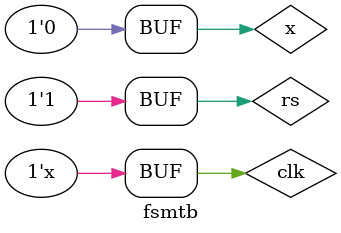
<source format=v>
module fsmtb;

reg clk, rs, x;
reg reset, shift, update, run;

fsm FinStMach(clk, x, rs, reset, shift, update, run);

initial	begin
	clk=1;
	x=1;
	rs=1;
	  
	#10 rs=0; #4; #10 rs=1;			//Quick Reset
	#10 x=0;						//From reset to run
	#10 x=1;						//From run to shift
	#10 x=0;						//From shift to update
	#10 x=1;						//From update to reset
	#10 x=1;						//From reset to reset
	#10 x=0;						//From reset to run
	#10 x=0;						//From run to run
	#10 x=1;						//From run to shift
	#10 x=1;						//From shift to shift
	#10 x=0;						//From shift to update
	#10 x=0;						//From update to run
	#40;
end
always #5 clk <= ~clk;

endmodule
</source>
